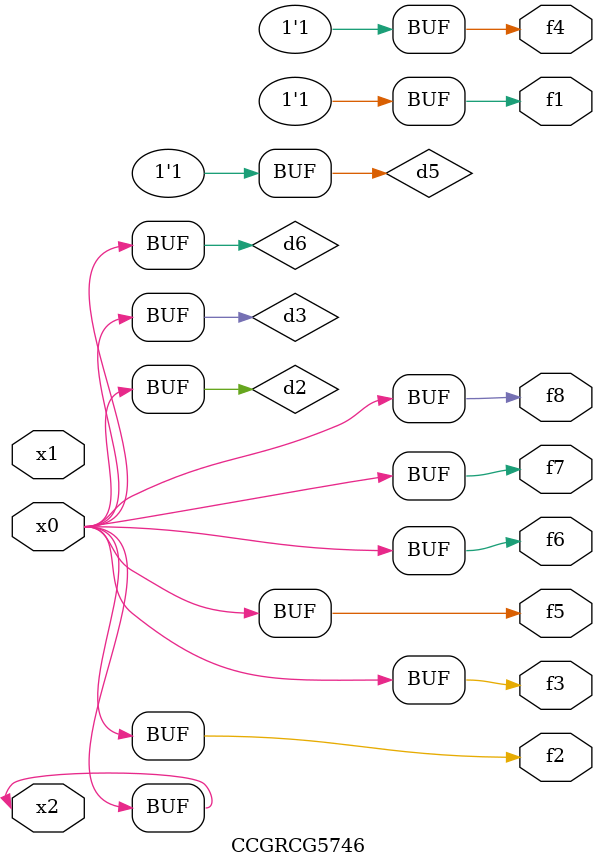
<source format=v>
module CCGRCG5746(
	input x0, x1, x2,
	output f1, f2, f3, f4, f5, f6, f7, f8
);

	wire d1, d2, d3, d4, d5, d6;

	xnor (d1, x2);
	buf (d2, x0, x2);
	and (d3, x0);
	xnor (d4, x1, x2);
	nand (d5, d1, d3);
	buf (d6, d2, d3);
	assign f1 = d5;
	assign f2 = d6;
	assign f3 = d6;
	assign f4 = d5;
	assign f5 = d6;
	assign f6 = d6;
	assign f7 = d6;
	assign f8 = d6;
endmodule

</source>
